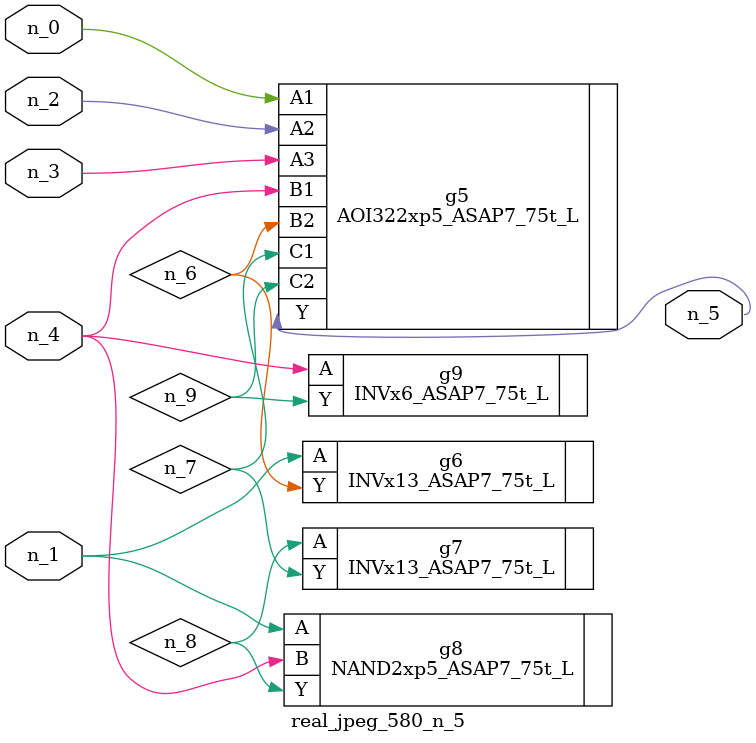
<source format=v>
module real_jpeg_580_n_5 (n_4, n_0, n_1, n_2, n_3, n_5);

input n_4;
input n_0;
input n_1;
input n_2;
input n_3;

output n_5;

wire n_8;
wire n_6;
wire n_7;
wire n_9;

AOI322xp5_ASAP7_75t_L g5 ( 
.A1(n_0),
.A2(n_2),
.A3(n_3),
.B1(n_4),
.B2(n_6),
.C1(n_7),
.C2(n_9),
.Y(n_5)
);

INVx13_ASAP7_75t_L g6 ( 
.A(n_1),
.Y(n_6)
);

NAND2xp5_ASAP7_75t_L g8 ( 
.A(n_1),
.B(n_4),
.Y(n_8)
);

INVx6_ASAP7_75t_L g9 ( 
.A(n_4),
.Y(n_9)
);

INVx13_ASAP7_75t_L g7 ( 
.A(n_8),
.Y(n_7)
);


endmodule
</source>
